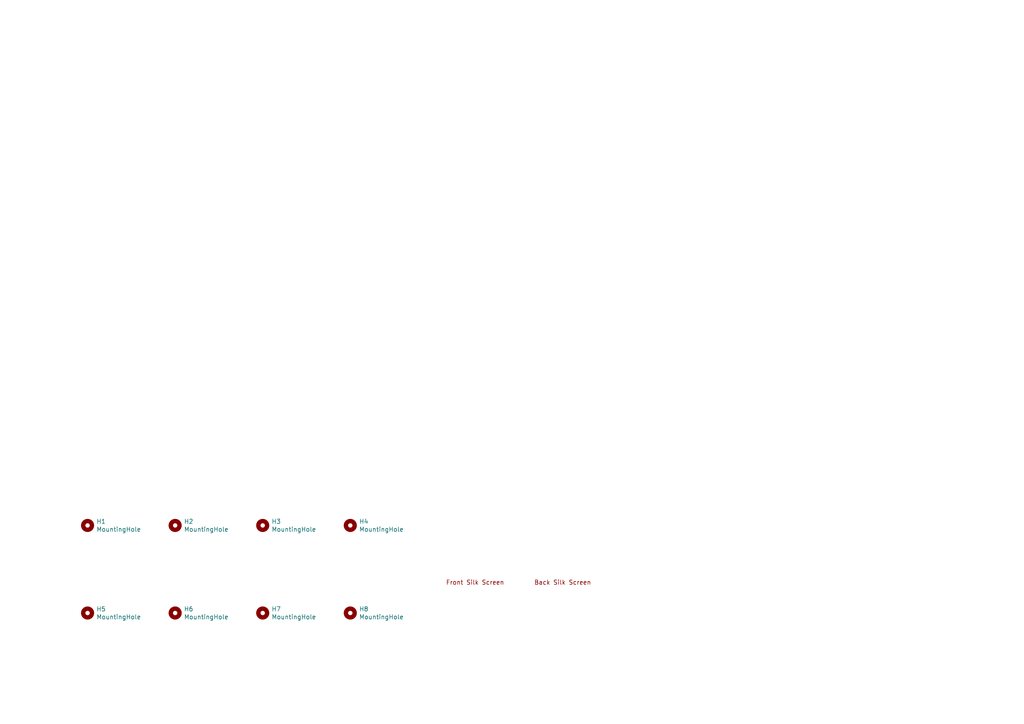
<source format=kicad_sch>
(kicad_sch (version 20210126) (generator eeschema)
  (paper "A4")
  (lib_symbols
    (symbol "General:BackSilk"
      (symbol "BackSilk_0_0"
        (text "Back Silk Screen" (at 0 0 0) (effects (font (size 1.27 1.27))))
      )
    )
    (symbol "General:FrontSilk"
      (symbol "FrontSilk_0_0"
        (text "Front Silk Screen" (at 0 0 0) (effects (font (size 1.27 1.27))))
      )
    )
    (symbol "Mechanical:MountingHole" (pin_names (offset 1.016))
      (property "Reference" "H" (at 0 5.08 0))
      (property "Value" "MountingHole" (at 0 3.175 0))
      (symbol "MountingHole_0_1"
        (circle (center 0 0) (radius 1.27) (stroke (width 1.27)))
      )
    )
  )
  (symbol (lib_id "Mechanical:MountingHole") (at 25.4 152.4 0) (unit 1)
    (property "Reference" "H1" (at 27.9401 151.2506 0) (effects (justify left)))
    (property "Value" "MountingHole" (at 27.9401 153.5493 0) (effects (justify left)))
    (property "Footprint" "MountingHole:MountingHole_3.2mm_M3" (effects hide))
  )
  (symbol (lib_id "Mechanical:MountingHole") (at 25.4 177.8 0) (unit 1)
    (property "Reference" "H5" (at 27.9401 176.6506 0) (effects (justify left)))
    (property "Value" "MountingHole" (at 27.9401 178.9493 0) (effects (justify left)))
    (property "Footprint" "MountingHole:MountingHole_3.2mm_M3" (effects hide))
  )
  (symbol (lib_id "Mechanical:MountingHole") (at 50.8 152.4 0) (unit 1)
    (property "Reference" "H2" (at 53.3401 151.2506 0) (effects (justify left)))
    (property "Value" "MountingHole" (at 53.3401 153.5493 0) (effects (justify left)))
    (property "Footprint" "MountingHole:MountingHole_3.2mm_M3" (effects hide))
  )
  (symbol (lib_id "Mechanical:MountingHole") (at 50.8 177.8 0) (unit 1)
    (property "Reference" "H6" (at 53.3401 176.6506 0) (effects (justify left)))
    (property "Value" "MountingHole" (at 53.3401 178.9493 0) (effects (justify left)))
    (property "Footprint" "MountingHole:MountingHole_3.2mm_M3" (effects hide))
  )
  (symbol (lib_id "Mechanical:MountingHole") (at 76.2 152.4 0) (unit 1)
    (property "Reference" "H3" (at 78.7401 151.2506 0) (effects (justify left)))
    (property "Value" "MountingHole" (at 78.7401 153.5493 0) (effects (justify left)))
    (property "Footprint" "MountingHole:MountingHole_3.2mm_M3" (effects hide))
  )
  (symbol (lib_id "Mechanical:MountingHole") (at 76.2 177.8 0) (unit 1)
    (property "Reference" "H7" (at 78.7401 176.6506 0) (effects (justify left)))
    (property "Value" "MountingHole" (at 78.7401 178.9493 0) (effects (justify left)))
    (property "Footprint" "MountingHole:MountingHole_3.2mm_M3" (effects hide))
  )
  (symbol (lib_id "Mechanical:MountingHole") (at 101.6 152.4 0) (unit 1)
    (property "Reference" "H4" (at 104.1401 151.2506 0) (effects (justify left)))
    (property "Value" "MountingHole" (at 104.1401 153.5493 0) (effects (justify left)))
    (property "Footprint" "MountingHole:MountingHole_3.2mm_M3" (effects hide))
  )
  (symbol (lib_id "Mechanical:MountingHole") (at 101.6 177.8 0) (unit 1)
    (property "Reference" "H8" (at 104.1401 176.6506 0) (effects (justify left)))
    (property "Value" "MountingHole" (at 104.1401 178.9493 0) (effects (justify left)))
    (property "Footprint" "MountingHole:MountingHole_3.2mm_M3" (effects hide))
  )
  (symbol (lib_id "General:BackSilk") (at 163.195 168.91 0) (unit 1)
    (property "Reference" "S2" (effects hide))
    (property "Value" "BackSilk" (effects hide))
    (property "Footprint" "MyGraphics:FlowersTemplate" (effects hide))
  )
  (symbol (lib_id "General:FrontSilk") (at 137.795 168.91 0) (unit 1)
    (property "Reference" "S1" (effects hide))
    (property "Value" "FrontSilk" (effects hide))
    (property "Footprint" "MyGraphics:FlowersBase" (effects hide))
  )
)
</source>
